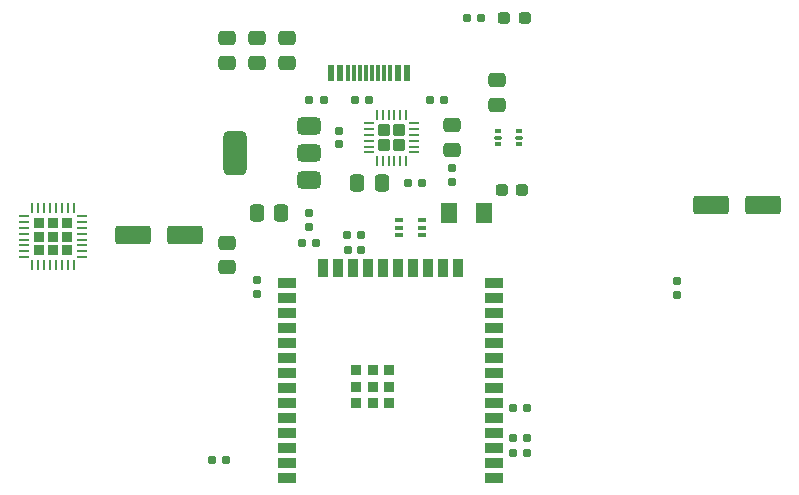
<source format=gbr>
%TF.GenerationSoftware,KiCad,Pcbnew,8.0.4*%
%TF.CreationDate,2024-12-06T19:36:15+01:00*%
%TF.ProjectId,MusicControllerV3,4d757369-6343-46f6-9e74-726f6c6c6572,rev?*%
%TF.SameCoordinates,Original*%
%TF.FileFunction,Paste,Bot*%
%TF.FilePolarity,Positive*%
%FSLAX46Y46*%
G04 Gerber Fmt 4.6, Leading zero omitted, Abs format (unit mm)*
G04 Created by KiCad (PCBNEW 8.0.4) date 2024-12-06 19:36:15*
%MOMM*%
%LPD*%
G01*
G04 APERTURE LIST*
G04 Aperture macros list*
%AMRoundRect*
0 Rectangle with rounded corners*
0 $1 Rounding radius*
0 $2 $3 $4 $5 $6 $7 $8 $9 X,Y pos of 4 corners*
0 Add a 4 corners polygon primitive as box body*
4,1,4,$2,$3,$4,$5,$6,$7,$8,$9,$2,$3,0*
0 Add four circle primitives for the rounded corners*
1,1,$1+$1,$2,$3*
1,1,$1+$1,$4,$5*
1,1,$1+$1,$6,$7*
1,1,$1+$1,$8,$9*
0 Add four rect primitives between the rounded corners*
20,1,$1+$1,$2,$3,$4,$5,0*
20,1,$1+$1,$4,$5,$6,$7,0*
20,1,$1+$1,$6,$7,$8,$9,0*
20,1,$1+$1,$8,$9,$2,$3,0*%
G04 Aperture macros list end*
%ADD10R,1.500000X0.900000*%
%ADD11R,0.900000X1.500000*%
%ADD12R,0.900000X0.900000*%
%ADD13RoundRect,0.160000X0.197500X0.160000X-0.197500X0.160000X-0.197500X-0.160000X0.197500X-0.160000X0*%
%ADD14RoundRect,0.250000X0.275000X0.275000X-0.275000X0.275000X-0.275000X-0.275000X0.275000X-0.275000X0*%
%ADD15RoundRect,0.062500X0.350000X0.062500X-0.350000X0.062500X-0.350000X-0.062500X0.350000X-0.062500X0*%
%ADD16RoundRect,0.062500X0.062500X0.350000X-0.062500X0.350000X-0.062500X-0.350000X0.062500X-0.350000X0*%
%ADD17RoundRect,0.250000X-1.250000X-0.550000X1.250000X-0.550000X1.250000X0.550000X-1.250000X0.550000X0*%
%ADD18RoundRect,0.160000X-0.160000X0.197500X-0.160000X-0.197500X0.160000X-0.197500X0.160000X0.197500X0*%
%ADD19RoundRect,0.375000X0.625000X0.375000X-0.625000X0.375000X-0.625000X-0.375000X0.625000X-0.375000X0*%
%ADD20RoundRect,0.500000X0.500000X1.400000X-0.500000X1.400000X-0.500000X-1.400000X0.500000X-1.400000X0*%
%ADD21RoundRect,0.155000X0.212500X0.155000X-0.212500X0.155000X-0.212500X-0.155000X0.212500X-0.155000X0*%
%ADD22RoundRect,0.250000X1.250000X0.550000X-1.250000X0.550000X-1.250000X-0.550000X1.250000X-0.550000X0*%
%ADD23RoundRect,0.237500X0.287500X0.237500X-0.287500X0.237500X-0.287500X-0.237500X0.287500X-0.237500X0*%
%ADD24RoundRect,0.250000X0.475000X-0.337500X0.475000X0.337500X-0.475000X0.337500X-0.475000X-0.337500X0*%
%ADD25RoundRect,0.155000X0.155000X-0.212500X0.155000X0.212500X-0.155000X0.212500X-0.155000X-0.212500X0*%
%ADD26R,0.600000X1.450000*%
%ADD27R,0.300000X1.450000*%
%ADD28RoundRect,0.155000X-0.155000X0.212500X-0.155000X-0.212500X0.155000X-0.212500X0.155000X0.212500X0*%
%ADD29RoundRect,0.160000X0.160000X-0.197500X0.160000X0.197500X-0.160000X0.197500X-0.160000X-0.197500X0*%
%ADD30RoundRect,0.250001X0.462499X0.624999X-0.462499X0.624999X-0.462499X-0.624999X0.462499X-0.624999X0*%
%ADD31RoundRect,0.250000X0.337500X0.475000X-0.337500X0.475000X-0.337500X-0.475000X0.337500X-0.475000X0*%
%ADD32RoundRect,0.250000X-0.475000X0.337500X-0.475000X-0.337500X0.475000X-0.337500X0.475000X0.337500X0*%
%ADD33RoundRect,0.160000X-0.197500X-0.160000X0.197500X-0.160000X0.197500X0.160000X-0.197500X0.160000X0*%
%ADD34RoundRect,0.232500X-0.232500X-0.232500X0.232500X-0.232500X0.232500X0.232500X-0.232500X0.232500X0*%
%ADD35RoundRect,0.062500X-0.375000X-0.062500X0.375000X-0.062500X0.375000X0.062500X-0.375000X0.062500X0*%
%ADD36RoundRect,0.062500X-0.062500X-0.375000X0.062500X-0.375000X0.062500X0.375000X-0.062500X0.375000X0*%
%ADD37RoundRect,0.093750X0.156250X0.093750X-0.156250X0.093750X-0.156250X-0.093750X0.156250X-0.093750X0*%
%ADD38RoundRect,0.075000X0.250000X0.075000X-0.250000X0.075000X-0.250000X-0.075000X0.250000X-0.075000X0*%
%ADD39RoundRect,0.100000X0.225000X0.100000X-0.225000X0.100000X-0.225000X-0.100000X0.225000X-0.100000X0*%
G04 APERTURE END LIST*
D10*
%TO.C,U4*%
X146050000Y-68175000D03*
X146050000Y-66905000D03*
X146050000Y-65635000D03*
X146050000Y-64365000D03*
X146050000Y-63095000D03*
X146050000Y-61825000D03*
X146050000Y-60555000D03*
X146050000Y-59285000D03*
X146050000Y-58015000D03*
X146050000Y-56745000D03*
X146050000Y-55475000D03*
X146050000Y-54205000D03*
X146050000Y-52935000D03*
X146050000Y-51665000D03*
D11*
X149090000Y-50415000D03*
X150360000Y-50415000D03*
X151630000Y-50415000D03*
X152900000Y-50415000D03*
X154170000Y-50415000D03*
X155440000Y-50415000D03*
X156710000Y-50415000D03*
X157980000Y-50415000D03*
X159250000Y-50415000D03*
X160520000Y-50415000D03*
D10*
X163550000Y-51665000D03*
X163550000Y-52935000D03*
X163550000Y-54205000D03*
X163550000Y-55475000D03*
X163550000Y-56745000D03*
X163550000Y-58015000D03*
X163550000Y-59285000D03*
X163550000Y-60555000D03*
X163550000Y-61825000D03*
X163550000Y-63095000D03*
X163550000Y-64365000D03*
X163550000Y-65635000D03*
X163550000Y-66905000D03*
X163550000Y-68175000D03*
D12*
X151900000Y-59055000D03*
X151900000Y-60455000D03*
X151900000Y-61855000D03*
X153300000Y-59055000D03*
X153300000Y-60455000D03*
X153300000Y-61855000D03*
X154700000Y-59055000D03*
X154700000Y-60455000D03*
X154700000Y-61855000D03*
%TD*%
D13*
%TO.C,R15*%
X152325000Y-47625000D03*
X151130000Y-47625000D03*
%TD*%
D14*
%TO.C,U3*%
X155557500Y-40020000D03*
X155557500Y-38720000D03*
X154257500Y-40020000D03*
X154257500Y-38720000D03*
D15*
X156845000Y-38120000D03*
X156845000Y-38620000D03*
X156845000Y-39120000D03*
X156845000Y-39620000D03*
X156845000Y-40120000D03*
X156845000Y-40620000D03*
D16*
X156157500Y-41307500D03*
X155657500Y-41307500D03*
X155157500Y-41307500D03*
X154657500Y-41307500D03*
X154157500Y-41307500D03*
X153657500Y-41307500D03*
D15*
X152970000Y-40620000D03*
X152970000Y-40120000D03*
X152970000Y-39620000D03*
X152970000Y-39120000D03*
X152970000Y-38620000D03*
X152970000Y-38120000D03*
D16*
X153657500Y-37432500D03*
X154157500Y-37432500D03*
X154657500Y-37432500D03*
X155157500Y-37432500D03*
X155657500Y-37432500D03*
X156157500Y-37432500D03*
%TD*%
D17*
%TO.C,C4*%
X181950000Y-45085000D03*
X186350000Y-45085000D03*
%TD*%
D18*
%TO.C,R8*%
X143510000Y-51435000D03*
X143510000Y-52630000D03*
%TD*%
D13*
%TO.C,R13*%
X153035000Y-36195000D03*
X151840000Y-36195000D03*
%TD*%
%TO.C,R12*%
X166370000Y-64770000D03*
X165175000Y-64770000D03*
%TD*%
%TO.C,R1*%
X149150000Y-36195000D03*
X147955000Y-36195000D03*
%TD*%
D19*
%TO.C,U2*%
X147930000Y-38340000D03*
X147930000Y-40640000D03*
D20*
X141630000Y-40640000D03*
D19*
X147930000Y-42940000D03*
%TD*%
D21*
%TO.C,C9*%
X152332500Y-48895000D03*
X151197500Y-48895000D03*
%TD*%
D22*
%TO.C,C1*%
X137455000Y-47625000D03*
X133055000Y-47625000D03*
%TD*%
D23*
%TO.C,FB1*%
X165975000Y-43815000D03*
X164225000Y-43815000D03*
%TD*%
D24*
%TO.C,C4*%
X146050000Y-33020000D03*
X146050000Y-30945000D03*
%TD*%
D25*
%TO.C,C12*%
X150495000Y-39937500D03*
X150495000Y-38802500D03*
%TD*%
D13*
%TO.C,R10*%
X162522500Y-29210000D03*
X161327500Y-29210000D03*
%TD*%
D23*
%TO.C,D2*%
X166215000Y-29210000D03*
X164465000Y-29210000D03*
%TD*%
D26*
%TO.C,J1*%
X149750000Y-33890000D03*
X150550000Y-33890000D03*
D27*
X151750000Y-33890000D03*
X152750000Y-33890000D03*
X153250000Y-33890000D03*
X154250000Y-33890000D03*
D26*
X155450000Y-33890000D03*
X156250000Y-33890000D03*
X156250000Y-33890000D03*
X155450000Y-33890000D03*
D27*
X154750000Y-33890000D03*
X153750000Y-33890000D03*
X152250000Y-33890000D03*
X151250000Y-33890000D03*
D26*
X150550000Y-33890000D03*
X149750000Y-33890000D03*
%TD*%
D28*
%TO.C,C8*%
X160020000Y-41977500D03*
X160020000Y-43112500D03*
%TD*%
D29*
%TO.C,R6*%
X179070000Y-52667500D03*
X179070000Y-51472500D03*
%TD*%
D30*
%TO.C,F1*%
X162777500Y-45720000D03*
X159802500Y-45720000D03*
%TD*%
D13*
%TO.C,R7*%
X148552500Y-48260000D03*
X147357500Y-48260000D03*
%TD*%
D28*
%TO.C,C3*%
X147955000Y-45787500D03*
X147955000Y-46922500D03*
%TD*%
D31*
%TO.C,C6*%
X154072500Y-43180000D03*
X151997500Y-43180000D03*
%TD*%
%TO.C,C1*%
X145585000Y-45720000D03*
X143510000Y-45720000D03*
%TD*%
D32*
%TO.C,C5*%
X140970000Y-48260000D03*
X140970000Y-50335000D03*
%TD*%
D33*
%TO.C,R16*%
X165175000Y-62230000D03*
X166370000Y-62230000D03*
%TD*%
D34*
%TO.C,U1*%
X125095000Y-46595000D03*
X125095000Y-47745000D03*
X125095000Y-48895000D03*
X126245000Y-46595000D03*
X126245000Y-47745000D03*
X126245000Y-48895000D03*
X127395000Y-46595000D03*
X127395000Y-47745000D03*
X127395000Y-48895000D03*
D35*
X123807500Y-49495000D03*
X123807500Y-48995000D03*
X123807500Y-48495000D03*
X123807500Y-47995000D03*
X123807500Y-47495000D03*
X123807500Y-46995000D03*
X123807500Y-46495000D03*
X123807500Y-45995000D03*
D36*
X124495000Y-45307500D03*
X124995000Y-45307500D03*
X125495000Y-45307500D03*
X125995000Y-45307500D03*
X126495000Y-45307500D03*
X126995000Y-45307500D03*
X127495000Y-45307500D03*
X127995000Y-45307500D03*
D35*
X128682500Y-45995000D03*
X128682500Y-46495000D03*
X128682500Y-46995000D03*
X128682500Y-47495000D03*
X128682500Y-47995000D03*
X128682500Y-48495000D03*
X128682500Y-48995000D03*
X128682500Y-49495000D03*
D36*
X127995000Y-50182500D03*
X127495000Y-50182500D03*
X126995000Y-50182500D03*
X126495000Y-50182500D03*
X125995000Y-50182500D03*
X125495000Y-50182500D03*
X124995000Y-50182500D03*
X124495000Y-50182500D03*
%TD*%
D33*
%TO.C,R2*%
X158190000Y-36195000D03*
X159385000Y-36195000D03*
%TD*%
D24*
%TO.C,C2*%
X163830000Y-36597500D03*
X163830000Y-34522500D03*
%TD*%
D33*
%TO.C,R14*%
X165175000Y-66040000D03*
X166370000Y-66040000D03*
%TD*%
D13*
%TO.C,R11*%
X157480000Y-43180000D03*
X156285000Y-43180000D03*
%TD*%
D24*
%TO.C,C7*%
X160020000Y-40407500D03*
X160020000Y-38332500D03*
%TD*%
%TO.C,C11*%
X143510000Y-33020000D03*
X143510000Y-30945000D03*
%TD*%
D33*
%TO.C,R3*%
X139737500Y-66675000D03*
X140932500Y-66675000D03*
%TD*%
D24*
%TO.C,C10*%
X140970000Y-33020000D03*
X140970000Y-30945000D03*
%TD*%
D37*
%TO.C,U1*%
X165660000Y-38832500D03*
D38*
X165735000Y-39370000D03*
D37*
X165660000Y-39907500D03*
X163960000Y-39907500D03*
D38*
X163885000Y-39370000D03*
D37*
X163960000Y-38832500D03*
%TD*%
D39*
%TO.C,Q1*%
X157475000Y-46340000D03*
X157475000Y-46990000D03*
X157475000Y-47640000D03*
X155575000Y-47640000D03*
X155575000Y-46990000D03*
X155575000Y-46340000D03*
%TD*%
M02*

</source>
